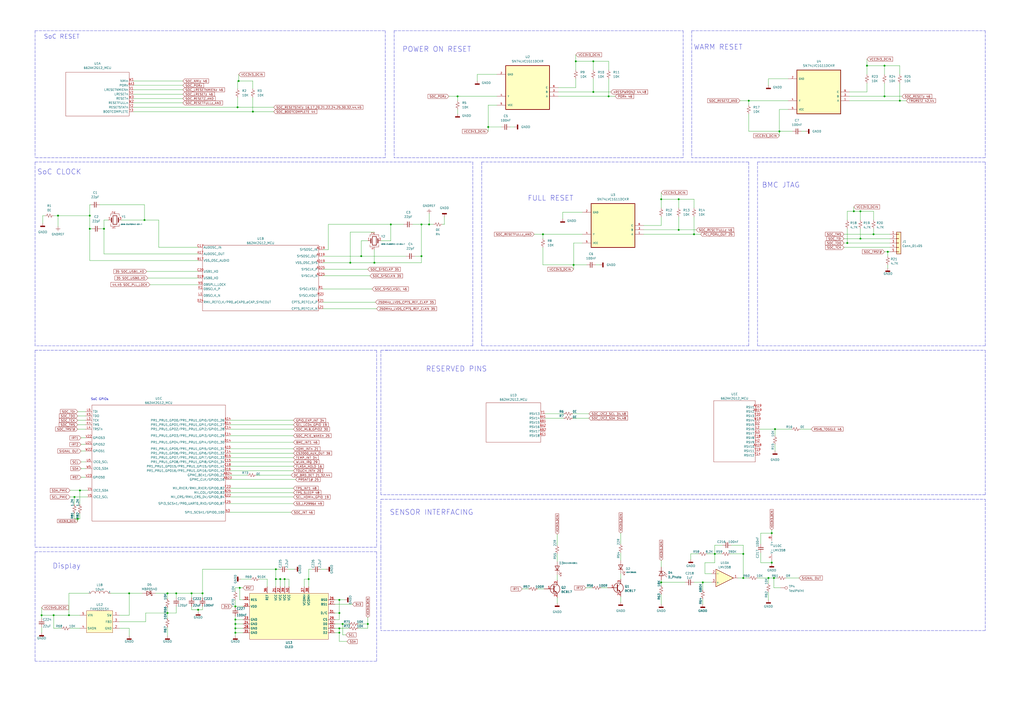
<source format=kicad_sch>
(kicad_sch (version 20211123) (generator eeschema)
  (paper "A2")
  (junction (at 111.125 344.17))
  (junction (at 353.06 55.88))
  (junction (at 447.675 326.39))
  (junction (at 226.695 130.175))
  (junction (at 45.085 300.99))
  (junction (at 74.93 344.17))
  (junction (at 196.85 347.98))
  (junction (at 402.59 135.89))
  (junction (at 499.11 138.43))
  (junction (at 448.945 335.28))
  (junction (at 60.325 132.715))
  (junction (at 203.2 152.4))
  (junction (at 24.13 356.87))
  (junction (at 431.165 335.28))
  (junction (at 407.67 337.82))
  (junction (at 52.07 125.095))
  (junction (at 136.525 351.79))
  (junction (at 137.795 62.23))
  (junction (at 136.525 364.49))
  (junction (at 344.17 53.34))
  (junction (at 52.07 132.715))
  (junction (at 431.165 321.31))
  (junction (at 165.1 335.915))
  (junction (at 248.92 130.175))
  (junction (at 499.11 122.555))
  (junction (at 136.525 361.95))
  (junction (at 502.92 38.1))
  (junction (at 445.77 335.28))
  (junction (at 43.18 288.29))
  (junction (at 198.755 361.95))
  (junction (at 383.54 115.57))
  (junction (at 196.85 367.03))
  (junction (at 521.97 58.42))
  (junction (at 217.17 152.4))
  (junction (at 213.36 361.95))
  (junction (at 209.55 148.59))
  (junction (at 196.85 364.49))
  (junction (at 97.155 344.17))
  (junction (at 513.08 38.1))
  (junction (at 114.935 353.695))
  (junction (at 314.96 135.89))
  (junction (at 393.7 115.57))
  (junction (at 514.985 146.05))
  (junction (at 393.7 133.35))
  (junction (at 162.56 335.915))
  (junction (at 265.43 55.88))
  (junction (at 146.685 64.77))
  (junction (at 495.3 122.555))
  (junction (at 414.655 321.31))
  (junction (at 447.675 309.245))
  (junction (at 102.235 344.17))
  (junction (at 383.54 337.82))
  (junction (at 449.58 248.92))
  (junction (at 513.08 55.88))
  (junction (at 244.475 130.175))
  (junction (at 40.005 356.87))
  (junction (at 46.355 284.48))
  (junction (at 196.85 355.6))
  (junction (at 244.475 148.59))
  (junction (at 179.07 335.915))
  (junction (at 506.73 135.89))
  (junction (at 344.17 35.56))
  (junction (at 97.155 355.6))
  (junction (at 136.525 359.41))
  (junction (at 117.475 344.17))
  (junction (at 160.02 335.915))
  (junction (at 31.115 356.87))
  (junction (at 160.02 330.2))
  (junction (at 33.655 125.095))
  (junction (at 332.74 153.67))
  (junction (at 139.065 340.995))
  (junction (at 334.01 35.56))
  (junction (at 83.82 127.635))
  (junction (at 283.21 73.66))
  (junction (at 491.49 140.97))
  (junction (at 452.12 76.2))
  (junction (at 138.43 46.99))
  (junction (at 136.525 367.03))
  (junction (at 434.34 58.42))
  (polyline (pts (xy 434.34 200.66) (xy 279.4 200.66)))
  (wire (pts (xy 102.235 351.79) (xy 102.235 355.6)))
  (wire (pts (xy 383.54 337.82) (xy 397.51 337.82)))
  (wire (pts (xy 513.08 43.18) (xy 513.08 38.1)))
  (polyline (pts (xy 218.44 383.54) (xy 20.32 383.54)))
  (wire (pts (xy 97.155 344.17) (xy 90.17 344.17)))
  (wire (pts (xy 77.47 57.15) (xy 106.045 57.15)))
  (wire (pts (xy 92.075 127.635) (xy 92.075 143.51)))
  (wire (pts (xy 52.07 151.13) (xy 114.935 151.13)))
  (wire (pts (xy 190.5 144.78) (xy 187.325 144.78)))
  (wire (pts (xy 117.475 346.71) (xy 117.475 344.17)))
  (wire (pts (xy 187.325 156.21) (xy 213.36 156.21)))
  (wire (pts (xy 495.3 122.555) (xy 499.11 122.555)))
  (wire (pts (xy 146.685 64.77) (xy 158.75 64.77)))
  (wire (pts (xy 383.54 344.805) (xy 383.54 350.52)))
  (wire (pts (xy 239.395 130.175) (xy 244.475 130.175)))
  (wire (pts (xy 344.17 35.56) (xy 353.06 35.56)))
  (polyline (pts (xy 571.5 17.78) (xy 571.5 91.44)))
  (wire (pts (xy 316.23 242.57) (xy 327.025 242.57)))
  (wire (pts (xy 194.31 364.49) (xy 196.85 364.49)))
  (wire (pts (xy 314.96 153.67) (xy 332.74 153.67)))
  (wire (pts (xy 46.99 254) (xy 49.53 254)))
  (wire (pts (xy 326.39 123.19) (xy 326.39 127)))
  (wire (pts (xy 353.06 55.88) (xy 356.87 55.88)))
  (wire (pts (xy 244.475 130.175) (xy 248.92 130.175)))
  (wire (pts (xy 276.86 43.18) (xy 276.86 46.99)))
  (wire (pts (xy 97.155 363.855) (xy 97.155 368.935)))
  (wire (pts (xy 334.01 50.8) (xy 323.85 50.8)))
  (wire (pts (xy 393.7 125.73) (xy 393.7 133.35)))
  (wire (pts (xy 457.2 63.5) (xy 452.12 63.5)))
  (polyline (pts (xy 20.32 203.2) (xy 20.32 317.5)))
  (wire (pts (xy 117.475 330.2) (xy 160.02 330.2)))
  (polyline (pts (xy 218.44 203.2) (xy 218.44 317.5)))
  (wire (pts (xy 187.325 167.64) (xy 215.9 167.64)))
  (wire (pts (xy 139.065 340.995) (xy 139.065 347.98)))
  (wire (pts (xy 92.075 143.51) (xy 114.935 143.51)))
  (wire (pts (xy 445.77 343.535) (xy 445.77 347.98)))
  (wire (pts (xy 45.085 300.99) (xy 46.355 300.99)))
  (wire (pts (xy 154.94 335.915) (xy 154.94 340.36)))
  (wire (pts (xy 136.525 361.95) (xy 136.525 359.41)))
  (polyline (pts (xy 571.5 203.2) (xy 571.5 287.02)))
  (wire (pts (xy 244.475 148.59) (xy 244.475 130.175)))
  (wire (pts (xy 140.97 361.95) (xy 136.525 361.95)))
  (wire (pts (xy 360.045 346.075) (xy 360.045 349.25)))
  (wire (pts (xy 447.675 309.245) (xy 447.675 309.88)))
  (wire (pts (xy 283.21 60.96) (xy 283.21 73.66)))
  (polyline (pts (xy 434.34 93.98) (xy 434.34 200.66)))
  (wire (pts (xy 323.85 53.34) (xy 344.17 53.34)))
  (wire (pts (xy 344.17 45.72) (xy 344.17 53.34)))
  (wire (pts (xy 133.35 288.29) (xy 170.18 288.29)))
  (wire (pts (xy 344.17 53.34) (xy 354.33 53.34)))
  (wire (pts (xy 314.96 143.51) (xy 314.96 153.67)))
  (polyline (pts (xy 20.32 93.98) (xy 20.32 200.66)))
  (wire (pts (xy 102.235 355.6) (xy 97.155 355.6)))
  (polyline (pts (xy 401.32 17.78) (xy 571.5 17.78)))
  (wire (pts (xy 167.005 330.2) (xy 170.815 330.2)))
  (wire (pts (xy 77.47 59.69) (xy 106.045 59.69)))
  (wire (pts (xy 288.29 55.88) (xy 265.43 55.88)))
  (wire (pts (xy 160.02 330.2) (xy 161.925 330.2)))
  (wire (pts (xy 209.55 148.59) (xy 235.585 148.59)))
  (wire (pts (xy 136.525 340.995) (xy 139.065 340.995)))
  (wire (pts (xy 43.18 300.99) (xy 45.085 300.99)))
  (wire (pts (xy 405.13 321.31) (xy 400.685 321.31)))
  (wire (pts (xy 114.935 353.695) (xy 117.475 353.695)))
  (wire (pts (xy 441.325 326.39) (xy 447.675 326.39)))
  (wire (pts (xy 139.7 335.915) (xy 145.415 335.915)))
  (polyline (pts (xy 223.52 91.44) (xy 20.32 91.44)))
  (wire (pts (xy 198.755 361.95) (xy 198.755 368.3)))
  (wire (pts (xy 506.73 122.555) (xy 506.73 127.635)))
  (wire (pts (xy 217.17 134.62) (xy 203.2 134.62)))
  (wire (pts (xy 31.115 125.095) (xy 33.655 125.095)))
  (wire (pts (xy 283.21 73.66) (xy 283.21 76.2)))
  (wire (pts (xy 226.695 139.7) (xy 226.695 130.175)))
  (wire (pts (xy 46.99 276.86) (xy 49.53 276.86)))
  (wire (pts (xy 198.755 361.95) (xy 202.565 361.95)))
  (wire (pts (xy 31.115 356.87) (xy 40.005 356.87)))
  (wire (pts (xy 495.3 120.015) (xy 495.3 122.555)))
  (wire (pts (xy 295.91 73.66) (xy 298.45 73.66)))
  (wire (pts (xy 77.47 49.53) (xy 106.045 49.53)))
  (wire (pts (xy 137.795 56.515) (xy 137.795 62.23)))
  (polyline (pts (xy 571.5 287.02) (xy 220.98 287.02)))
  (wire (pts (xy 499.11 122.555) (xy 506.73 122.555)))
  (wire (pts (xy 513.08 146.05) (xy 514.985 146.05)))
  (wire (pts (xy 136.525 357.505) (xy 136.525 359.41)))
  (wire (pts (xy 170.18 248.92) (xy 133.35 248.92)))
  (wire (pts (xy 423.545 321.31) (xy 431.165 321.31)))
  (wire (pts (xy 452.12 76.2) (xy 452.12 78.74)))
  (wire (pts (xy 33.655 131.445) (xy 33.655 125.095)))
  (wire (pts (xy 136.525 367.03) (xy 136.525 368.935)))
  (polyline (pts (xy 218.44 320.04) (xy 218.44 383.54)))
  (wire (pts (xy 64.135 344.17) (xy 74.93 344.17)))
  (wire (pts (xy 373.38 135.89) (xy 402.59 135.89)))
  (wire (pts (xy 187.325 148.59) (xy 209.55 148.59)))
  (wire (pts (xy 431.165 321.31) (xy 431.165 335.28)))
  (wire (pts (xy 83.82 118.745) (xy 83.82 127.635)))
  (wire (pts (xy 133.35 283.21) (xy 170.18 283.21)))
  (wire (pts (xy 31.115 364.49) (xy 31.115 356.87)))
  (wire (pts (xy 332.74 153.67) (xy 332.74 156.21)))
  (wire (pts (xy 491.49 140.97) (xy 491.49 132.715)))
  (polyline (pts (xy 396.24 91.44) (xy 228.6 91.44)))
  (wire (pts (xy 220.98 139.7) (xy 226.695 139.7)))
  (wire (pts (xy 40.64 284.48) (xy 46.355 284.48)))
  (wire (pts (xy 427.99 335.28) (xy 431.165 335.28)))
  (wire (pts (xy 187.325 175.26) (xy 217.805 175.26)))
  (wire (pts (xy 492.76 55.88) (xy 513.08 55.88)))
  (wire (pts (xy 393.7 115.57) (xy 383.54 115.57)))
  (wire (pts (xy 136.525 351.79) (xy 136.525 352.425)))
  (wire (pts (xy 84.455 355.6) (xy 97.155 355.6)))
  (wire (pts (xy 160.02 330.2) (xy 160.02 335.915)))
  (wire (pts (xy 57.785 118.745) (xy 83.82 118.745)))
  (wire (pts (xy 402.59 337.82) (xy 407.67 337.82)))
  (polyline (pts (xy 20.32 320.04) (xy 218.44 320.04)))
  (wire (pts (xy 402.59 115.57) (xy 402.59 120.65)))
  (wire (pts (xy 139.065 340.995) (xy 140.97 340.995)))
  (wire (pts (xy 24.13 352.425) (xy 24.13 356.87)))
  (wire (pts (xy 402.59 125.73) (xy 402.59 135.89)))
  (wire (pts (xy 85.725 161.29) (xy 114.935 161.29)))
  (wire (pts (xy 491.49 122.555) (xy 495.3 122.555)))
  (wire (pts (xy 393.7 115.57) (xy 402.59 115.57)))
  (wire (pts (xy 353.06 35.56) (xy 353.06 40.64)))
  (wire (pts (xy 407.67 337.82) (xy 412.75 337.82)))
  (wire (pts (xy 288.29 60.96) (xy 283.21 60.96)))
  (wire (pts (xy 302.895 341.63) (xy 306.705 341.63)))
  (wire (pts (xy 492.76 58.42) (xy 521.97 58.42)))
  (wire (pts (xy 414.655 326.39) (xy 414.655 321.31)))
  (wire (pts (xy 24.13 363.855) (xy 24.13 367.03)))
  (wire (pts (xy 194.31 367.03) (xy 196.85 367.03)))
  (wire (pts (xy 133.35 262.89) (xy 170.18 262.89)))
  (polyline (pts (xy 439.42 93.98) (xy 439.42 200.66)))
  (wire (pts (xy 46.99 271.78) (xy 49.53 271.78)))
  (wire (pts (xy 133.35 275.59) (xy 143.51 275.59)))
  (wire (pts (xy 260.35 55.88) (xy 265.43 55.88)))
  (wire (pts (xy 323.85 55.88) (xy 353.06 55.88)))
  (wire (pts (xy 431.165 316.23) (xy 424.18 316.23)))
  (wire (pts (xy 491.49 122.555) (xy 491.49 127.635)))
  (wire (pts (xy 97.155 355.6) (xy 97.155 358.775)))
  (wire (pts (xy 45.085 246.38) (xy 49.53 246.38)))
  (wire (pts (xy 383.54 130.81) (xy 373.38 130.81)))
  (wire (pts (xy 393.7 120.65) (xy 393.7 115.57)))
  (wire (pts (xy 133.35 297.18) (xy 168.91 297.18)))
  (wire (pts (xy 139.065 347.98) (xy 140.97 347.98)))
  (wire (pts (xy 457.2 58.42) (xy 434.34 58.42)))
  (wire (pts (xy 52.07 125.095) (xy 52.07 118.745)))
  (wire (pts (xy 138.43 46.99) (xy 146.685 46.99)))
  (wire (pts (xy 176.53 335.915) (xy 179.07 335.915)))
  (wire (pts (xy 69.215 360.68) (xy 84.455 360.68)))
  (wire (pts (xy 52.07 132.715) (xy 52.07 125.095)))
  (wire (pts (xy 383.54 125.73) (xy 383.54 130.81)))
  (wire (pts (xy 419.1 316.23) (xy 414.655 316.23)))
  (polyline (pts (xy 220.98 317.5) (xy 220.98 289.56)))
  (polyline (pts (xy 20.32 17.78) (xy 20.32 91.44)))
  (polyline (pts (xy 228.6 17.78) (xy 228.6 91.44)))
  (wire (pts (xy 111.125 353.695) (xy 111.125 351.79)))
  (wire (pts (xy 136.525 367.03) (xy 136.525 364.49)))
  (wire (pts (xy 140.97 364.49) (xy 136.525 364.49)))
  (wire (pts (xy 383.54 336.55) (xy 383.54 337.82)))
  (wire (pts (xy 344.17 35.56) (xy 334.01 35.56)))
  (wire (pts (xy 137.795 46.99) (xy 138.43 46.99)))
  (wire (pts (xy 117.475 344.17) (xy 111.125 344.17)))
  (wire (pts (xy 45.085 238.76) (xy 49.53 238.76)))
  (wire (pts (xy 60.325 147.32) (xy 60.325 132.715)))
  (wire (pts (xy 187.325 152.4) (xy 203.2 152.4)))
  (wire (pts (xy 323.215 309.88) (xy 323.215 316.23)))
  (wire (pts (xy 499.11 122.555) (xy 499.11 127.635)))
  (wire (pts (xy 217.17 144.78) (xy 217.17 152.4)))
  (wire (pts (xy 213.36 361.95) (xy 207.645 361.95)))
  (wire (pts (xy 60.325 147.32) (xy 114.935 147.32)))
  (wire (pts (xy 62.865 127.635) (xy 60.325 127.635)))
  (wire (pts (xy 516.255 138.43) (xy 499.11 138.43)))
  (wire (pts (xy 97.155 355.6) (xy 97.155 352.425)))
  (wire (pts (xy 52.07 151.13) (xy 52.07 132.715)))
  (wire (pts (xy 407.67 347.345) (xy 407.67 350.52)))
  (wire (pts (xy 226.695 130.175) (xy 234.315 130.175)))
  (wire (pts (xy 136.525 347.98) (xy 136.525 351.79)))
  (wire (pts (xy 332.105 240.03) (xy 341.63 240.03)))
  (wire (pts (xy 213.36 364.49) (xy 213.36 361.95)))
  (wire (pts (xy 431.165 335.28) (xy 434.34 335.28)))
  (wire (pts (xy 198.755 368.3) (xy 200.66 368.3)))
  (wire (pts (xy 77.47 64.77) (xy 146.685 64.77)))
  (wire (pts (xy 452.12 63.5) (xy 452.12 76.2)))
  (wire (pts (xy 85.09 157.48) (xy 114.935 157.48)))
  (wire (pts (xy 345.44 153.67) (xy 347.98 153.67)))
  (wire (pts (xy 179.07 335.915) (xy 179.07 340.36)))
  (wire (pts (xy 43.18 297.815) (xy 43.18 300.99)))
  (wire (pts (xy 502.92 38.1) (xy 502.92 43.18)))
  (wire (pts (xy 40.64 364.49) (xy 46.355 364.49)))
  (wire (pts (xy 102.235 344.17) (xy 111.125 344.17)))
  (polyline (pts (xy 220.98 287.02) (xy 220.98 203.2)))
  (wire (pts (xy 102.235 346.71) (xy 102.235 344.17)))
  (wire (pts (xy 323.215 346.71) (xy 323.215 349.885)))
  (wire (pts (xy 167.64 335.915) (xy 165.1 335.915)))
  (wire (pts (xy 83.82 127.635) (xy 92.075 127.635)))
  (polyline (pts (xy 571.5 93.98) (xy 571.5 200.66)))
  (wire (pts (xy 459.74 76.2) (xy 452.12 76.2)))
  (wire (pts (xy 43.18 288.29) (xy 50.8 288.29)))
  (wire (pts (xy 489.585 138.43) (xy 499.11 138.43)))
  (wire (pts (xy 506.73 135.89) (xy 506.73 132.715)))
  (wire (pts (xy 323.215 321.31) (xy 323.215 325.755)))
  (wire (pts (xy 441.325 315.595) (xy 441.325 309.245)))
  (wire (pts (xy 447.675 326.39) (xy 447.675 327.025)))
  (wire (pts (xy 448.945 340.995) (xy 448.945 335.28)))
  (wire (pts (xy 69.215 356.87) (xy 74.93 356.87)))
  (wire (pts (xy 360.045 320.675) (xy 360.045 325.12)))
  (wire (pts (xy 441.325 320.675) (xy 441.325 326.39)))
  (wire (pts (xy 360.045 309.245) (xy 360.045 315.595)))
  (wire (pts (xy 117.475 353.695) (xy 117.475 351.79)))
  (wire (pts (xy 516.255 140.97) (xy 491.49 140.97)))
  (polyline (pts (xy 279.4 93.98) (xy 434.34 93.98)))
  (wire (pts (xy 337.82 123.19) (xy 326.39 123.19)))
  (wire (pts (xy 213.36 139.7) (xy 209.55 139.7)))
  (wire (pts (xy 288.29 43.18) (xy 276.86 43.18)))
  (wire (pts (xy 414.655 321.31) (xy 410.21 321.31)))
  (wire (pts (xy 334.01 31.75) (xy 334.01 35.56)))
  (wire (pts (xy 447.675 325.12) (xy 447.675 326.39)))
  (wire (pts (xy 46.355 300.99) (xy 46.355 297.815)))
  (polyline (pts (xy 401.32 17.78) (xy 401.32 91.44)))
  (wire (pts (xy 31.115 356.87) (xy 24.13 356.87)))
  (wire (pts (xy 160.02 335.915) (xy 160.02 340.36)))
  (wire (pts (xy 69.215 364.49) (xy 74.93 364.49)))
  (wire (pts (xy 196.85 372.11) (xy 201.295 372.11)))
  (wire (pts (xy 138.43 43.18) (xy 138.43 46.99)))
  (wire (pts (xy 196.85 355.6) (xy 196.85 347.98)))
  (wire (pts (xy 244.475 152.4) (xy 244.475 148.59)))
  (wire (pts (xy 111.125 344.17) (xy 111.125 346.71)))
  (wire (pts (xy 190.5 130.175) (xy 190.5 144.78)))
  (wire (pts (xy 26.035 125.095) (xy 24.765 125.095)))
  (wire (pts (xy 196.85 367.03) (xy 196.85 364.49)))
  (wire (pts (xy 408.94 326.39) (xy 414.655 326.39)))
  (wire (pts (xy 334.01 35.56) (xy 334.01 40.64)))
  (wire (pts (xy 383.54 325.12) (xy 383.54 328.93)))
  (wire (pts (xy 187.325 160.02) (xy 214.63 160.02)))
  (wire (pts (xy 445.77 45.72) (xy 445.77 49.53)))
  (wire (pts (xy 24.765 125.095) (xy 24.765 129.54)))
  (wire (pts (xy 290.83 73.66) (xy 283.21 73.66)))
  (wire (pts (xy 133.35 267.97) (xy 170.18 267.97)))
  (wire (pts (xy 499.11 138.43) (xy 499.11 132.715)))
  (wire (pts (xy 40.005 356.87) (xy 46.355 356.87)))
  (wire (pts (xy 117.475 344.17) (xy 117.475 330.2)))
  (wire (pts (xy 133.35 270.51) (xy 170.18 270.51)))
  (wire (pts (xy 513.08 55.88) (xy 523.24 55.88)))
  (wire (pts (xy 133.35 292.1) (xy 170.18 292.1)))
  (wire (pts (xy 74.93 344.17) (xy 82.55 344.17)))
  (wire (pts (xy 314.96 135.89) (xy 314.96 138.43)))
  (wire (pts (xy 194.31 347.98) (xy 196.85 347.98)))
  (wire (pts (xy 35.56 364.49) (xy 31.115 364.49)))
  (wire (pts (xy 449.58 252.73) (xy 449.58 248.92)))
  (wire (pts (xy 167.64 335.915) (xy 167.64 340.36)))
  (wire (pts (xy 133.35 246.38) (xy 170.18 246.38)))
  (wire (pts (xy 213.36 358.14) (xy 213.36 361.95)))
  (wire (pts (xy 383.54 111.76) (xy 383.54 115.57)))
  (wire (pts (xy 196.85 359.41) (xy 196.85 355.6)))
  (wire (pts (xy 162.56 340.36) (xy 162.56 335.915)))
  (wire (pts (xy 196.85 364.49) (xy 202.565 364.49)))
  (wire (pts (xy 86.995 165.1) (xy 114.935 165.1)))
  (wire (pts (xy 440.69 248.92) (xy 449.58 248.92)))
  (wire (pts (xy 455.93 335.28) (xy 463.55 335.28)))
  (wire (pts (xy 434.34 58.42) (xy 434.34 60.96)))
  (wire (pts (xy 136.525 351.79) (xy 140.97 351.79)))
  (wire (pts (xy 434.34 66.04) (xy 434.34 76.2)))
  (wire (pts (xy 180.975 330.2) (xy 179.07 330.2)))
  (wire (pts (xy 77.47 62.23) (xy 137.795 62.23)))
  (wire (pts (xy 489.585 143.51) (xy 516.255 143.51)))
  (wire (pts (xy 46.99 267.97) (xy 49.53 267.97)))
  (wire (pts (xy 316.23 240.03) (xy 327.025 240.03)))
  (wire (pts (xy 162.56 335.915) (xy 160.02 335.915)))
  (wire (pts (xy 441.325 309.245) (xy 447.675 309.245)))
  (wire (pts (xy 439.42 335.28) (xy 445.77 335.28)))
  (wire (pts (xy 70.485 127.635) (xy 83.82 127.635)))
  (wire (pts (xy 429.26 58.42) (xy 434.34 58.42)))
  (wire (pts (xy 207.645 364.49) (xy 213.36 364.49)))
  (polyline (pts (xy 571.5 200.66) (xy 439.42 200.66)))
  (wire (pts (xy 209.55 139.7) (xy 209.55 148.59)))
  (wire (pts (xy 217.17 152.4) (xy 244.475 152.4)))
  (polyline (pts (xy 20.32 17.78) (xy 223.52 17.78)))
  (wire (pts (xy 445.77 335.28) (xy 448.945 335.28)))
  (polyline (pts (xy 220.98 203.2) (xy 226.06 203.2)))
  (wire (pts (xy 513.08 48.26) (xy 513.08 55.88)))
  (wire (pts (xy 256.54 130.175) (xy 257.81 130.175)))
  (wire (pts (xy 402.59 135.89) (xy 406.4 135.89)))
  (wire (pts (xy 434.34 76.2) (xy 452.12 76.2)))
  (wire (pts (xy 146.685 46.99) (xy 146.685 51.435)))
  (wire (pts (xy 407.67 342.265) (xy 407.67 337.82)))
  (wire (pts (xy 447.675 307.34) (xy 447.675 309.245)))
  (polyline (pts (xy 279.4 93.98) (xy 279.4 200.66)))
  (wire (pts (xy 332.74 140.97) (xy 332.74 153.67)))
  (wire (pts (xy 521.97 38.1) (xy 521.97 43.18)))
  (wire (pts (xy 464.185 248.92) (xy 470.535 248.92)))
  (wire (pts (xy 323.215 333.375) (xy 323.215 336.55)))
  (wire (pts (xy 339.725 340.995) (xy 343.535 340.995)))
  (wire (pts (xy 133.35 243.84) (xy 170.18 243.84)))
  (wire (pts (xy 46.355 284.48) (xy 50.8 284.48)))
  (wire (pts (xy 311.785 341.63) (xy 315.595 341.63)))
  (wire (pts (xy 133.35 252.73) (xy 170.18 252.73)))
  (wire (pts (xy 190.5 130.175) (xy 226.695 130.175)))
  (wire (pts (xy 521.97 48.26) (xy 521.97 58.42)))
  (wire (pts (xy 344.17 40.64) (xy 344.17 35.56)))
  (wire (pts (xy 45.085 248.92) (xy 49.53 248.92)))
  (wire (pts (xy 74.93 356.87) (xy 74.93 344.17)))
  (wire (pts (xy 393.7 133.35) (xy 403.86 133.35)))
  (polyline (pts (xy 571.5 365.76) (xy 220.98 365.76)))
  (wire (pts (xy 383.54 115.57) (xy 383.54 120.65)))
  (wire (pts (xy 265.43 55.88) (xy 265.43 58.42)))
  (wire (pts (xy 146.685 56.515) (xy 146.685 64.77)))
  (wire (pts (xy 137.795 51.435) (xy 137.795 46.99)))
  (wire (pts (xy 194.31 355.6) (xy 196.85 355.6)))
  (polyline (pts (xy 571.5 289.56) (xy 571.5 365.76)))
  (wire (pts (xy 513.08 38.1) (xy 502.92 38.1)))
  (wire (pts (xy 133.35 273.05) (xy 170.18 273.05)))
  (wire (pts (xy 373.38 133.35) (xy 393.7 133.35)))
  (wire (pts (xy 353.06 45.72) (xy 353.06 55.88)))
  (wire (pts (xy 45.085 300.99) (xy 45.085 302.26)))
  (wire (pts (xy 133.35 278.13) (xy 171.45 278.13)))
  (wire (pts (xy 309.88 135.89) (xy 314.96 135.89)))
  (wire (pts (xy 150.495 335.915) (xy 154.94 335.915)))
  (polyline (pts (xy 439.42 93.98) (xy 571.5 93.98)))
  (wire (pts (xy 514.985 146.05) (xy 514.985 148.59)))
  (wire (pts (xy 187.325 179.07) (xy 218.44 179.07)))
  (polyline (pts (xy 220.98 317.5) (xy 220.98 365.76)))
  (wire (pts (xy 489.585 135.89) (xy 506.73 135.89)))
  (wire (pts (xy 240.665 148.59) (xy 244.475 148.59)))
  (wire (pts (xy 52.07 118.745) (xy 52.705 118.745)))
  (wire (pts (xy 449.58 248.92) (xy 459.105 248.92)))
  (polyline (pts (xy 396.24 17.78) (xy 396.24 91.44)))
  (wire (pts (xy 414.655 316.23) (xy 414.655 321.31)))
  (wire (pts (xy 248.92 130.175) (xy 251.46 130.175)))
  (wire (pts (xy 133.35 265.43) (xy 170.18 265.43)))
  (wire (pts (xy 489.585 140.97) (xy 491.49 140.97)))
  (wire (pts (xy 414.655 321.31) (xy 418.465 321.31)))
  (wire (pts (xy 40.64 288.29) (xy 43.18 288.29)))
  (wire (pts (xy 84.455 360.68) (xy 84.455 355.6)))
  (wire (pts (xy 464.82 76.2) (xy 467.36 76.2)))
  (polyline (pts (xy 20.32 203.2) (xy 218.44 203.2)))
  (wire (pts (xy 257.81 130.175) (xy 257.81 125.73)))
  (wire (pts (xy 53.34 132.715) (xy 52.07 132.715)))
  (wire (pts (xy 194.31 361.95) (xy 198.755 361.95)))
  (polyline (pts (xy 223.52 17.78) (xy 223.52 91.44)))
  (wire (pts (xy 445.77 335.28) (xy 445.77 338.455)))
  (wire (pts (xy 33.655 125.095) (xy 52.07 125.095)))
  (wire (pts (xy 45.085 241.3) (xy 49.53 241.3)))
  (wire (pts (xy 114.935 353.695) (xy 111.125 353.695)))
  (wire (pts (xy 45.085 243.84) (xy 49.53 243.84)))
  (wire (pts (xy 165.1 340.36) (xy 165.1 335.915)))
  (polyline (pts (xy 223.52 203.2) (xy 571.5 203.2)))
  (wire (pts (xy 196.85 367.03) (xy 196.85 372.11)))
  (wire (pts (xy 248.92 123.825) (xy 248.92 130.175)))
  (wire (pts (xy 133.35 256.54) (xy 170.18 256.54)))
  (wire (pts (xy 340.36 153.67) (xy 332.74 153.67)))
  (wire (pts (xy 46.99 261.62) (xy 49.53 261.62)))
  (wire (pts (xy 502.92 48.26) (xy 502.92 53.34)))
  (polyline (pts (xy 228.6 17.78) (xy 396.24 17.78)))
  (wire (pts (xy 60.325 132.715) (xy 60.325 127.635)))
  (wire (pts (xy 136.525 364.49) (xy 136.525 361.95)))
  (wire (pts (xy 148.59 275.59) (xy 168.91 275.59)))
  (wire (pts (xy 102.235 344.17) (xy 97.155 344.17)))
  (wire (pts (xy 140.97 367.03) (xy 136.525 367.03)))
  (wire (pts (xy 176.53 340.36) (xy 176.53 335.915)))
  (wire (pts (xy 186.055 330.2) (xy 189.23 330.2)))
  (wire (pts (xy 137.795 62.23) (xy 158.75 62.23)))
  (polyline (pts (xy 274.32 200.66) (xy 20.32 200.66)))
  (wire (pts (xy 348.615 340.995) (xy 352.425 340.995)))
  (wire (pts (xy 77.47 54.61) (xy 106.045 54.61)))
  (wire (pts (xy 51.435 344.17) (xy 40.005 344.17)))
  (wire (pts (xy 179.07 330.2) (xy 179.07 335.915)))
  (polyline (pts (xy 218.44 317.5) (xy 20.32 317.5)))
  (polyline (pts (xy 220.98 289.56) (xy 571.5 289.56)))
  (wire (pts (xy 514.985 153.67) (xy 514.985 155.575)))
  (wire (pts (xy 334.01 45.72) (xy 334.01 50.8)))
  (wire (pts (xy 457.2 45.72) (xy 445.77 45.72)))
  (wire (pts (xy 194.31 359.41) (xy 196.85 359.41)))
  (wire (pts (xy 74.93 364.49) (xy 74.93 368.935)))
  (wire (pts (xy 400.685 321.31) (xy 400.685 324.485)))
  (wire (pts (xy 408.94 332.74) (xy 408.94 326.39)))
  (wire (pts (xy 136.525 359.41) (xy 140.97 359.41)))
  (polyline (pts (xy 571.5 91.44) (xy 401.32 91.44)))
  (wire (pts (xy 46.355 284.48) (xy 46.355 292.735)))
  (wire (pts (xy 46.99 257.81) (xy 49.53 257.81)))
  (wire (pts (xy 43.18 288.29) (xy 43.18 292.735)))
  (wire (pts (xy 332.105 242.57) (xy 341.63 242.57)))
  (wire (pts (xy 134.62 351.79) (xy 136.525 351.79)))
  (wire (pts (xy 196.85 347.98) (xy 200.025 347.98)))
  (wire (pts (xy 513.08 38.1) (xy 521.97 38.1)))
  (wire (pts (xy 97.155 347.345) (xy 97.155 344.17)))
  (polyline (pts (xy 274.32 93.98) (xy 274.32 200.66)))
  (wire (pts (xy 337.82 140.97) (xy 332.74 140.97)))
  (wire (pts (xy 514.985 146.05) (xy 516.255 146.05)))
  (wire (pts (xy 431.165 321.31) (xy 431.165 316.23)))
  (wire (pts (xy 136.525 342.9) (xy 136.525 340.995)))
  (wire (pts (xy 165.1 335.915) (xy 162.56 335.915)))
  (wire (pts (xy 24.13 356.87) (xy 24.13 358.775)))
  (wire (pts (xy 383.54 337.82) (xy 383.54 339.725)))
  (wire (pts (xy 337.82 135.89) (xy 314.96 135.89)))
  (wire (pts (xy 502.92 34.29) (xy 502.92 38.1)))
  (wire (pts (xy 133.35 285.75) (xy 170.18 285.75)))
  (wire (pts (xy 448.945 335.28) (xy 450.85 335.28)))
  (wire (pts (xy 516.255 135.89) (xy 506.73 135.89)))
  (polyline (pts (xy 20.32 93.98) (xy 274.32 93.98)))
  (wire (pts (xy 58.42 132.715) (xy 60.325 132.715)))
  (wire (pts (xy 449.58 257.81) (xy 449.58 261.62)))
  (wire (pts (xy 114.935 354.965) (xy 114.935 353.695)))
  (wire (pts (xy 40.005 344.17) (xy 40.005 356.87)))
  (wire (pts (xy 203.2 152.4) (xy 217.17 152.4)))
  (wire (pts (xy 502.92 53.34) (xy 492.76 53.34)))
  (wire (pts (xy 360.045 332.74) (xy 360.045 335.915)))
  (wire (pts (xy 133.35 260.35) (xy 170.18 260.35)))
  (wire (pts (xy 203.2 134.62) (xy 203.2 152.4)))
  (wire (pts (xy 521.97 58.42) (xy 525.78 58.42)))
  (wire (pts (xy 77.47 52.07) (xy 106.045 52.07)))
  (polyline (pts (xy 20.32 320.04) (xy 20.32 383.54)))
  (wire (pts (xy 194.31 350.52) (xy 204.47 350.52)))
  (wire (pts (xy 265.43 63.5) (xy 265.43 66.04)))
  (wire (pts (xy 412.75 332.74) (xy 408.94 332.74)))
  (wire (pts (xy 452.755 340.995) (xy 448.945 340.995)))
  (wire (pts (xy 77.47 46.99) (xy 106.045 46.99)))
  (text "BMC JTAG" (at 441.96 109.22 0) (effects (font (size 3 3)) (justify left bottom)))
  (text "RESERVED PINS" (at 247.015 215.9 0) (effects (font (size 3 3)) (justify left bottom)))
  (text " POWER ON RESET" (at 231.14 30.48 0) (effects (font (size 3 3)) (justify left bottom)))
  (text "SoC RESET " (at 25.4 22.86 0) (effects (font (size 2.54 2.54)) (justify left bottom)))
  (text "FULL RESET " (at 306.07 116.84 0) (effects (font (size 3 3)) (justify left bottom)))
  (text " WARM RESET" (at 400.05 29.21 0) (effects (font (size 3 3)) (justify left bottom)))
  (text "SENSOR INTERFACING" (at 226.06 299.085 0) (effects (font (size 3 3)) (justify left bottom)))
  (text "SoC GPIOs" (at 52.705 232.41 0) (effects (font (size 1.27 1.27)) (justify left bottom)))
  (text "Display" (at 30.48 330.2 0) (effects (font (size 3 3)) (justify left bottom)))
  (text "SoC CLOCK" (at 21.59 101.6 0) (effects (font (size 3 3)) (justify left bottom)))
  (global_label "3V3" (shape input) (at 134.62 351.79 180) (property "Intersheet References" "${INTERSHEET_REFS}" (effects hide)))
  (global_label "TOUCH_INTn 20" (shape input) (at 170.18 273.05 0) (property "Intersheet References" "${INTERSHEET_REFS}" (effects hide)))
  (global_label "SOC_SYSCLKN 35" (shape input) (at 214.63 160.02 0) (property "Intersheet References" "${INTERSHEET_REFS}" (effects hide)))
  (global_label "SOC_TDI" (shape input) (at 489.585 138.43 180) (property "Intersheet References" "${INTERSHEET_REFS}" (effects hide)))
  (global_label "SOC_MLB_GPIO2 30" (shape input) (at 170.18 248.92 0) (property "Intersheet References" "${INTERSHEET_REFS}" (effects hide)))
  (global_label "SOC_LRESETNMIENz 46" (shape input) (at 106.045 52.07 0) (property "Intersheet References" "${INTERSHEET_REFS}" (effects hide)))
  (global_label "SOC_I2C2_SDA 34,48" (shape input) (at 341.63 242.57 0) (property "Intersheet References" "${INTERSHEET_REFS}" (effects hide)))
  (global_label "VCC3V3_DCIN" (shape input) (at 138.43 43.18 0) (property "Intersheet References" "${INTERSHEET_REFS}" (effects hide)))
  (global_label "SOC_TDO" (shape input) (at 489.585 140.97 180) (property "Intersheet References" "${INTERSHEET_REFS}" (effects hide)))
  (global_label "TPS_INT1 48" (shape input) (at 170.18 283.21 0) (property "Intersheet References" "${INTERSHEET_REFS}" (effects hide)))
  (global_label "IRT2" (shape input) (at 339.725 340.995 180) (property "Intersheet References" "${INTERSHEET_REFS}" (effects hide)))
  (global_label "SD_LP2996A 49" (shape input) (at 170.18 292.1 0) (property "Intersheet References" "${INTERSHEET_REFS}" (effects hide)))
  (global_label "SOC_TMS" (shape input) (at 489.585 135.89 180) (property "Intersheet References" "${INTERSHEET_REFS}" (effects hide)))
  (global_label "PRSNT1# 25" (shape input) (at 171.45 278.13 0) (property "Intersheet References" "${INTERSHEET_REFS}" (effects hide)))
  (global_label "SEL_HDMIn_GPIO 19" (shape input) (at 170.18 288.29 0) (property "Intersheet References" "${INTERSHEET_REFS}" (effects hide)))
  (global_label "IRT2" (shape input) (at 46.99 257.81 180) (property "Intersheet References" "${INTERSHEET_REFS}" (effects hide)))
  (global_label "VCC3V3_DCIN" (shape input) (at 323.215 309.88 90) (effects (font (size 1 1))) (property "Intersheet References" "${INTERSHEET_REFS}" (effects hide)))
  (global_label "RST" (shape input) (at 46.99 276.86 180) (property "Intersheet References" "${INTERSHEET_REFS}" (effects hide)))
  (global_label "VCC3V3_DCIN" (shape input) (at 283.21 76.2 180) (property "Intersheet References" "${INTERSHEET_REFS}" (effects hide)))
  (global_label "SDA" (shape input) (at 46.99 271.78 180) (property "Intersheet References" "${INTERSHEET_REFS}" (effects hide)))
  (global_label "DC_BRD_DET 21,32,44" (shape input) (at 168.91 275.59 0) (property "Intersheet References" "${INTERSHEET_REFS}" (effects hide)))
  (global_label "250MHz_LVDS_CPTS_REF_CLKN 35" (shape input) (at 218.44 179.07 0) (property "Intersheet References" "${INTERSHEET_REFS}" (effects hide)))
  (global_label "SOC_RESETZ_AND" (shape input) (at 106.045 57.15 0) (property "Intersheet References" "${INTERSHEET_REFS}" (effects hide)))
  (global_label "3V3" (shape input) (at 204.47 350.52 0) (property "Intersheet References" "${INTERSHEET_REFS}" (effects hide)))
  (global_label "WLAN_IRQ 29" (shape input) (at 170.18 267.97 0) (property "Intersheet References" "${INTERSHEET_REFS}" (effects hide)))
  (global_label "250MHz_LVDS_CPTS_REF_CLKP 35" (shape input) (at 217.805 175.26 0) (property "Intersheet References" "${INTERSHEET_REFS}" (effects hide)))
  (global_label "TEMP_INT 34" (shape input) (at 170.18 265.43 0) (property "Intersheet References" "${INTERSHEET_REFS}" (effects hide)))
  (global_label "VCC3V3_DCIN" (shape input) (at 495.3 120.015 0) (property "Intersheet References" "${INTERSHEET_REFS}" (effects hide)))
  (global_label "SDA_PMIC" (shape input) (at 40.64 284.48 180) (property "Intersheet References" "${INTERSHEET_REFS}" (effects hide)))
  (global_label "RSV6_TOGGLE 46" (shape input) (at 470.535 248.92 0) (property "Intersheet References" "${INTERSHEET_REFS}" (effects hide)))
  (global_label "SOC_TCK" (shape input) (at 45.085 243.84 180) (property "Intersheet References" "${INTERSHEET_REFS}" (effects hide)))
  (global_label "44,45 SOC_PLL_LOCK" (shape input) (at 86.995 165.1 180) (property "Intersheet References" "${INTERSHEET_REFS}" (effects hide)))
  (global_label "SOC_NMIz 46" (shape input) (at 106.045 46.99 0) (property "Intersheet References" "${INTERSHEET_REFS}" (effects hide)))
  (global_label "SOC_TDI" (shape input) (at 45.085 238.76 180) (property "Intersheet References" "${INTERSHEET_REFS}" (effects hide)))
  (global_label "SOC_TRST#" (shape input) (at 513.08 146.05 180) (property "Intersheet References" "${INTERSHEET_REFS}" (effects hide)))
  (global_label "SOC_RESETZ_AND" (shape input) (at 429.26 58.42 180) (property "Intersheet References" "${INTERSHEET_REFS}" (effects hide)))
  (global_label "SOC_PORz" (shape input) (at 106.045 49.53 0) (property "Intersheet References" "${INTERSHEET_REFS}" (effects hide)))
  (global_label "SOC_TDO" (shape input) (at 45.085 241.3 180) (property "Intersheet References" "${INTERSHEET_REFS}" (effects hide)))
  (global_label "VCC3V3_DCIN" (shape input) (at 383.54 325.12 90) (effects (font (size 1 1))) (property "Intersheet References" "${INTERSHEET_REFS}" (effects hide)))
  (global_label "35 SOC_USB0_XO" (shape input) (at 85.725 161.29 180) (property "Intersheet References" "${INTERSHEET_REFS}" (effects hide)))
  (global_label "SOC_TCK" (shape input) (at 489.585 143.51 180) (property "Intersheet References" "${INTERSHEET_REFS}" (effects hide)))
  (global_label "SOC_INT 46" (shape input) (at 168.91 297.18 0) (property "Intersheet References" "${INTERSHEET_REFS}" (effects hide)))
  (global_label "VCC3V3_DCIN" (shape input) (at 213.36 358.14 90) (effects (font (size 1 1))) (property "Intersheet References" "${INTERSHEET_REFS}" (effects hide)))
  (global_label "SOC_SYSCLKSEL 46" (shape input) (at 215.9 167.64 0) (property "Intersheet References" "${INTERSHEET_REFS}" (effects hide)))
  (global_label "SOC_RESETz 46" (shape input) (at 523.24 55.88 0) (property "Intersheet References" "${INTERSHEET_REFS}" (effects hide)))
  (global_label "SOC_LRESETz 46" (shape input) (at 106.045 54.61 0) (property "Intersheet References" "${INTERSHEET_REFS}" (effects hide)))
  (global_label "SDA" (shape input) (at 201.295 372.11 0) (property "Intersheet References" "${INTERSHEET_REFS}" (effects hide)))
  (global_label "SOC_PCIE_WAKEn 25" (shape input) (at 170.18 252.73 0) (property "Intersheet References" "${INTERSHEET_REFS}" (effects hide)))
  (global_label "VCC3V3_DCIN" (shape input) (at 334.01 31.75 0) (property "Intersheet References" "${INTERSHEET_REFS}" (effects hide)))
  (global_label "nRESPWRON2 44,48" (shape input) (at 354.33 53.34 0) (property "Intersheet References" "${INTERSHEET_REFS}" (effects hide)))
  (global_label "HDMI_INTn 21" (shape input) (at 170.18 260.35 0) (property "Intersheet References" "${INTERSHEET_REFS}" (effects hide)))
  (global_label "VCC3V3_DCIN" (shape input) (at 360.045 309.245 90) (effects (font (size 1 1))) (property "Intersheet References" "${INTERSHEET_REFS}" (effects hide)))
  (global_label "SCL" (shape input) (at 200.66 368.3 0) (property "Intersheet References" "${INTERSHEET_REFS}" (effects hide)))
  (global_label "VCC3V3_DCIN" (shape input) (at 45.085 302.26 180) (effects (font (size 1 1))) (property "Intersheet References" "${INTERSHEET_REFS}" (effects hide)))
  (global_label "VCC5V0_DCDC" (shape input) (at 24.13 352.425 0) (property "Intersheet References" "${INTERSHEET_REFS}" (effects hide)))
  (global_label "VCC3V3_DCIN" (shape input) (at 447.675 307.34 90) (effects (font (size 1 1))) (property "Intersheet References" "${INTERSHEET_REFS}" (effects hide)))
  (global_label "VCC3V3_DCIN" (shape input) (at 332.74 156.21 180) (property "Intersheet References" "${INTERSHEET_REFS}" (effects hide)))
  (global_label "VCC3V3_DCIN" (shape input) (at 383.54 111.76 0) (property "Intersheet References" "${INTERSHEET_REFS}" (effects hide)))
  (global_label "FLASH_HOLD 16" (shape input) (at 170.18 270.51 0) (property "Intersheet References" "${INTERSHEET_REFS}" (effects hide)))
  (global_label "SOC_TMS" (shape input) (at 45.085 246.38 180) (property "Intersheet References" "${INTERSHEET_REFS}" (effects hide)))
  (global_label "SOC_RESETFULLz 46" (shape input) (at 403.86 133.35 0) (property "Intersheet References" "${INTERSHEET_REFS}" (effects hide)))
  (global_label "SOC_RESETFULLz_AND" (shape input) (at 106.045 59.69 0) (property "Intersheet References" "${INTERSHEET_REFS}" (effects hide)))
  (global_label "SIGNAL OUT" (shape input) (at 463.55 335.28 0) (property "Intersheet References" "${INTERSHEET_REFS}" (effects hide)))
  (global_label "SIGNAL OUT" (shape input) (at 46.99 261.62 180) (property "Intersheet References" "${INTERSHEET_REFS}" (effects hide)))
  (global_label "SOC_SYSCLKP 35" (shape input) (at 213.36 156.21 0) (property "Intersheet References" "${INTERSHEET_REFS}" (effects hide)))
  (global_label "VCC3V3_DCIN" (shape input) (at 502.92 34.29 0) (property "Intersheet References" "${INTERSHEET_REFS}" (effects hide)))
  (global_label "35 SOC_USB1_XO" (shape input) (at 85.09 157.48 180) (property "Intersheet References" "${INTERSHEET_REFS}" (effects hide)))
  (global_label "PCI_PORz_OUT 25" (shape input) (at 406.4 135.89 0) (property "Intersheet References" "${INTERSHEET_REFS}" (effects hide)))
  (global_label "SOC_BOOTCOMPLETE 44" (shape input) (at 158.75 64.77 0) (property "Intersheet References" "${INTERSHEET_REFS}" (effects hide)))
  (global_label "IRT1" (shape input) (at 302.895 341.63 180) (property "Intersheet References" "${INTERSHEET_REFS}" (effects hide)))
  (global_label "PORn 46" (shape input) (at 356.87 55.88 0) (property "Intersheet References" "${INTERSHEET_REFS}" (effects hide)))
  (global_label "SEL_LCDn_GPIO 19" (shape input) (at 170.18 246.38 0) (property "Intersheet References" "${INTERSHEET_REFS}" (effects hide)))
  (global_label "BMC_INT1 46" (shape input) (at 170.18 256.54 0) (property "Intersheet References" "${INTERSHEET_REFS}" (effects hide)))
  (global_label "TRGRSTZ 42,44" (shape input) (at 525.78 58.42 0) (property "Intersheet References" "${INTERSHEET_REFS}" (effects hide)))
  (global_label "GPIO_EXP_INT 34" (shape input) (at 170.18 243.84 0) (property "Intersheet References" "${INTERSHEET_REFS}" (effects hide)))
  (global_label "VCC3V3_DCIN" (shape input) (at 452.12 78.74 180) (property "Intersheet References" "${INTERSHEET_REFS}" (effects hide)))
  (global_label "IRT1" (shape input) (at 46.99 254 180) (property "Intersheet References" "${INTERSHEET_REFS}" (effects hide)))
  (global_label "SOC_RESETSTATz 16,17,20,21,22,24,25,30,32,44,45" (shape input) (at 158.75 62.23 0) (property "Intersheet References" "${INTERSHEET_REFS}" (effects hide)))
  (global_label "SOC_TRST#" (shape input) (at 45.085 248.92 180) (property "Intersheet References" "${INTERSHEET_REFS}" (effects hide)))
  (global_label "SOC_RESETFULLz_AND" (shape input) (at 309.88 135.89 180) (property "Intersheet References" "${INTERSHEET_REFS}" (effects hide)))
  (global_label "SCL_PMIC" (shape input) (at 40.64 288.29 180) (property "Intersheet References" "${INTERSHEET_REFS}" (effects hide)))
  (global_label "SCL" (shape input) (at 46.99 267.97 180) (property "Intersheet References" "${INTERSHEET_REFS}" (effects hide)))
  (global_label "CS2000_AUX_OUT 36" (shape input) (at 170.18 262.89 0) (property "Intersheet References" "${INTERSHEET_REFS}" (effects hide)))
  (global_label "SOC_I2C2_SCL 34,48" (shape input) (at 341.63 240.03 0) (property "Intersheet References" "${INTERSHEET_REFS}" (effects hide)))
  (global_label "SOC_PORz" (shape input) (at 260.35 55.88 180) (property "Intersheet References" "${INTERSHEET_REFS}" (effects hide)))
  (global_label "RST" (shape input) (at 140.97 340.995 0) (property "Intersheet References" "${INTERSHEET_REFS}" (effects hide)))
  (global_label "TPS_SLEEP 48" (shape input) (at 170.18 285.75 0) (property "Intersheet References" "${INTERSHEET_REFS}" (effects hide)))
  (symbol (lib_id "Device:R_Small_US") (at 402.59 123.19 0) (unit 1)
    (property "Reference" "R14" (at 405.13 121.9199 0) (effects (justify left)))
    (property "Value" "10K" (at 405.13 124.4599 0) (effects (justify left)))
    (property "Footprint" "Resistor_SMD:R_0603_1608Metric" (effects hide))
  )
  (symbol (lib_id "power:GNDD") (at 200.025 347.98 90) (unit 1)
    (property "Reference" "#PWR0102" (effects hide))
    (property "Value" "GNDD" (at 203.2 347.98 0))
  )
  (symbol (lib_id "Device:R_Small_US") (at 205.105 364.49 90) (unit 1)
    (property "Reference" "R72" (at 201.295 363.22 90))
    (property "Value" "10K" (at 208.915 363.22 90))
    (property "Footprint" "Resistor_SMD:R_0603_1608Metric" (effects hide))
  )
  (symbol (lib_name "662AK2G02_MCU_1") (lib_id "66AK2GO2_MCU:662AK2G02_MCU") (at 96.52 273.05 0) (unit 3)
    (property "Reference" "U1" (at 92.075 231.14 0))
    (property "Value" "662AK2G12_MCU" (at 92.075 233.68 0))
    (property "Footprint" "BGA_625:BGA625" (effects hide))
  )
  (symbol (lib_id "66AK2GO2_MCU:662AK2G02_MCU") (at 430.53 275.59 0) (unit 5)
    (property "Reference" "U1" (at 426.085 228.6 0))
    (property "Value" "662AK2G12_MCU" (at 426.085 231.14 0))
    (property "Footprint" "BGA_625:BGA625" (effects hide))
  )
  (symbol (lib_id "Device:C_Small") (at 55.88 132.715 270) (unit 1)
    (property "Reference" "C2" (at 55.8736 125.73 90))
    (property "Value" "22pF" (at 55.8736 128.27 90))
    (property "Footprint" "Capacitor_SMD:C_0402_1005Metric" (effects hide))
  )
  (symbol (lib_id "Device:R_Small_US") (at 346.075 340.995 90) (unit 1)
    (property "Reference" "R56" (at 342.265 339.725 90))
    (property "Value" "100R" (at 349.885 339.725 90))
    (property "Footprint" "Resistor_SMD:R_0603_1608Metric" (effects hide))
  )
  (symbol (lib_id "power:GNDD") (at 276.86 46.99 0) (unit 1)
    (property "Reference" "#PWR07" (effects hide))
    (property "Value" "GNDD" (at 279.4 48.0694 0) (effects (justify left)))
  )
  (symbol (lib_id "Device:C_Small") (at 238.125 148.59 270) (unit 1)
    (property "Reference" "C4" (at 238.1186 141.605 90))
    (property "Value" "22pF" (at 238.1186 144.145 90))
    (property "Footprint" "Capacitor_SMD:C_0402_1005Metric" (effects hide))
  )
  (symbol (lib_id "Device:R_Small_US") (at 97.155 349.885 180) (unit 1)
    (property "Reference" "R66" (at 95.885 353.695 90))
    (property "Value" "10K" (at 95.885 346.075 90))
    (property "Footprint" "Resistor_SMD:R_0603_1608Metric" (effects hide))
  )
  (symbol (lib_id "Device:R_Small_US") (at 521.97 45.72 0) (unit 1)
    (property "Reference" "R25" (at 524.51 44.4499 0) (effects (justify left)))
    (property "Value" "10K" (at 524.51 46.9899 0) (effects (justify left)))
    (property "Footprint" "Resistor_SMD:R_0603_1608Metric" (effects hide))
  )
  (symbol (lib_id "Device:C_Small") (at 164.465 330.2 90) (unit 1)
    (property "Reference" "C225" (at 162.56 329.565 0) (effects (justify left)))
    (property "Value" "2.2uF" (at 166.37 329.565 0) (effects (justify left)))
    (property "Footprint" "Capacitor_SMD:C_0603_1608Metric" (effects hide))
  )
  (symbol (lib_id "Device:C_Small") (at 441.325 318.135 180) (unit 1)
    (property "Reference" "C217" (at 439.42 321.31 90))
    (property "Value" "100nF" (at 439.42 314.325 90))
    (property "Footprint" "Capacitor_SMD:C_0402_1005Metric" (effects hide))
  )
  (symbol (lib_id "power:GNDD") (at 449.58 261.62 0) (unit 1)
    (property "Reference" "#PWR012" (effects hide))
    (property "Value" "GNDD" (at 449.58 266.7 0))
  )
  (symbol (lib_id "Device:C_Small") (at 117.475 349.25 0) (unit 1)
    (property "Reference" "C223" (at 118.11 347.345 0) (effects (justify left)))
    (property "Value" "100nF" (at 118.11 351.155 0) (effects (justify left)))
    (property "Footprint" "Capacitor_SMD:C_0402_1005Metric" (effects hide))
  )
  (symbol (lib_id "Device:R_Small_US") (at 499.11 130.175 0) (unit 1)
    (property "Reference" "R19" (at 500.761 129.3403 0) (effects (justify left)))
    (property "Value" "4.7K" (at 500.761 131.8772 0) (effects (justify left)))
    (property "Footprint" "Resistor_SMD:R_0603_1608Metric" (effects hide))
  )
  (symbol (lib_id "Device:R_Small_US") (at 407.67 321.31 90) (unit 1)
    (property "Reference" "R58" (at 403.86 320.04 90))
    (property "Value" "8.2K" (at 411.48 320.04 90))
    (property "Footprint" "Resistor_SMD:R_0603_1608Metric" (effects hide))
  )
  (symbol (lib_id "Device:R_Small_US") (at 506.73 130.175 0) (unit 1)
    (property "Reference" "R20" (at 508.381 129.3403 0) (effects (justify left)))
    (property "Value" "4.7K" (at 508.381 131.8772 0) (effects (justify left)))
    (property "Footprint" "Resistor_SMD:R_0603_1608Metric" (effects hide))
  )
  (symbol (lib_id "Device:R_Small_US") (at 329.565 240.03 90) (unit 1)
    (property "Reference" "R6" (at 325.755 238.76 90))
    (property "Value" "0E" (at 333.375 238.76 90))
    (property "Footprint" "Resistor_SMD:R_0603_1608Metric" (effects hide))
  )
  (symbol (lib_id "Device:R_Small_US") (at 344.17 43.18 0) (unit 1)
    (property "Reference" "R10" (at 346.71 41.9099 0) (effects (justify left)))
    (property "Value" "10K" (at 346.71 44.4499 0) (effects (justify left)))
    (property "Footprint" "Resistor_SMD:R_0603_1608Metric" (effects hide))
  )
  (symbol (lib_id "Connector:TestPoint") (at 452.755 340.995 270) (unit 1)
    (property "Reference" "TP4" (at 457.454 340.1603 90) (effects (justify left)))
    (property "Value" "TestPoint" (at 457.454 342.6972 90) (effects (justify left)))
    (property "Footprint" "TestPoint:TestPoint_Pad_D1.0mm" (effects hide))
  )
  (symbol (lib_id "Device:R_Small_US") (at 137.795 53.975 0) (unit 1)
    (property "Reference" "R2" (at 140.335 52.7049 0) (effects (justify left)))
    (property "Value" "10K" (at 140.335 55.2449 0) (effects (justify left)))
    (property "Footprint" "Resistor_SMD:R_0603_1608Metric" (effects hide))
  )
  (symbol (lib_id "Device:R_Small_US") (at 314.96 140.97 0) (unit 1)
    (property "Reference" "R8" (at 317.5 139.6999 0) (effects (justify left)))
    (property "Value" "10K" (at 317.5 142.2399 0) (effects (justify left)))
    (property "Footprint" "Resistor_SMD:R_0603_1608Metric" (effects hide))
  )
  (symbol (lib_id "power:GNDD") (at 136.525 368.935 0) (unit 1)
    (property "Reference" "#PWR0105" (effects hide))
    (property "Value" "GNDD" (at 136.525 372.11 0))
  )
  (symbol (lib_id "Device:R_Small_US") (at 383.54 342.265 180) (unit 1)
    (property "Reference" "R63" (at 382.27 346.075 90))
    (property "Value" "18K" (at 382.27 338.455 90))
    (property "Footprint" "Resistor_SMD:R_0603_1608Metric" (effects hide))
  )
  (symbol (lib_id "Device:R_Small_US") (at 38.1 364.49 90) (unit 1)
    (property "Reference" "R68" (at 34.29 363.22 90))
    (property "Value" "10K" (at 41.91 363.22 90))
    (property "Footprint" "Resistor_SMD:R_0603_1608Metric" (effects hide))
  )
  (symbol (lib_id "power:GNDD") (at 467.36 76.2 90) (unit 1)
    (property "Reference" "#PWR015" (effects hide))
    (property "Value" "GNDD" (at 471.17 76.1999 90) (effects (justify right)))
  )
  (symbol (lib_id "Device:C_Small") (at 421.64 316.23 90) (unit 1)
    (property "Reference" "C216" (at 418.465 314.325 90))
    (property "Value" "100nF" (at 425.45 314.325 90))
    (property "Footprint" "Capacitor_SMD:C_0402_1005Metric" (effects hide))
  )
  (symbol (lib_id "FAN5331:FAN5331SX") (at 57.785 361.95 0) (unit 1)
    (property "Reference" "U12" (at 57.785 350.7572 0))
    (property "Value" "FAN5331SX" (at 57.785 353.2941 0))
    (property "Footprint" "Package_TO_SOT_SMD:SOT-23-5_HandSoldering" (effects hide))
  )
  (symbol (lib_id "power:GNDD") (at 447.675 327.025 0) (unit 1)
    (property "Reference" "#PWR093" (effects hide))
    (property "Value" "GNDD" (at 447.675 330.835 0))
  )
  (symbol (lib_id "Device:R_Small_US") (at 43.18 295.275 180) (unit 1)
    (property "Reference" "R81" (at 41.91 299.085 90))
    (property "Value" "1.2K" (at 41.91 291.465 90))
    (property "Footprint" "Resistor_SMD:R_0603_1608Metric" (effects hide))
  )
  (symbol (lib_id "Device:R_Small_US") (at 513.08 45.72 0) (unit 1)
    (property "Reference" "R24" (at 515.62 44.4499 0) (effects (justify left)))
    (property "Value" "10K" (at 515.62 46.9899 0) (effects (justify left)))
    (property "Footprint" "Resistor_SMD:R_0603_1608Metric" (effects hide))
  )
  (symbol (lib_id "Device:Crystal_GND24") (at 66.675 127.635 0) (unit 1)
    (property "Reference" "Y1" (at 71.755 125.73 0))
    (property "Value" "ABM8-22.5792MHZ-D2Y-T" (at 76.2 130.175 0) (effects (font (size 0.6 0.6))))
    (property "Footprint" "Crystal:Crystal_SMD_3225-4Pin_3.2x2.5mm_HandSoldering" (effects hide))
  )
  (symbol (lib_id "power:GNDD") (at 139.7 335.915 270) (unit 1)
    (property "Reference" "#PWR0104" (effects hide))
    (property "Value" "GNDD" (at 136.525 335.915 0))
  )
  (symbol (lib_id "Transistor_BJT:BC817") (at 320.675 341.63 0) (unit 1)
    (property "Reference" "Q2" (at 325.5264 340.7953 0) (effects (justify left)))
    (property "Value" "BC817" (at 325.5264 343.3322 0) (effects (justify left)))
    (property "Footprint" "Package_TO_SOT_SMD:SOT-23" (effects hide))
    (property "Datasheet" "https://www.onsemi.com/pub/Collateral/BC818-D.pdf" (effects hide))
  )
  (symbol (lib_id "Device:R_Small_US") (at 334.01 43.18 0) (unit 1)
    (property "Reference" "R9" (at 336.55 41.9099 0) (effects (justify left)))
    (property "Value" "10K" (at 336.55 44.4499 0) (effects (justify left)))
    (property "Footprint" "Resistor_SMD:R_0603_1608Metric" (effects hide))
  )
  (symbol (lib_id "Device:R_Small_US") (at 436.88 335.28 90) (unit 1)
    (property "Reference" "R60" (at 433.07 334.01 90))
    (property "Value" "10K" (at 440.69 334.01 90))
    (property "Footprint" "Resistor_SMD:R_0603_1608Metric" (effects hide))
  )
  (symbol (lib_id "power:GNDD") (at 114.935 354.965 0) (unit 1)
    (property "Reference" "#PWR098" (effects hide))
    (property "Value" "GNDD" (at 114.935 358.14 0))
  )
  (symbol (lib_id "Device:R_Small_US") (at 323.215 318.77 180) (unit 1)
    (property "Reference" "R55" (at 321.945 322.58 90))
    (property "Value" "22R" (at 321.945 314.96 90))
    (property "Footprint" "Resistor_SMD:R_0805_2012Metric" (effects hide))
  )
  (symbol (lib_id "power:GNDD") (at 445.77 49.53 0) (unit 1)
    (property "Reference" "#PWR014" (effects hide))
    (property "Value" "GNDD" (at 448.31 50.6094 0) (effects (justify left)))
  )
  (symbol (lib_id "Device:C_Small") (at 183.515 330.2 90) (unit 1)
    (property "Reference" "C226" (at 181.61 329.565 0) (effects (justify left)))
    (property "Value" "2.2uF" (at 185.42 329.565 0) (effects (justify left)))
    (property "Footprint" "Capacitor_SMD:C_0603_1608Metric" (effects hide))
  )
  (symbol (lib_id "power:GNDD") (at 383.54 350.52 0) (unit 1)
    (property "Reference" "#PWR095" (effects hide))
    (property "Value" "GNDD" (at 383.54 354.33 0))
  )
  (symbol (lib_id "SN74LVC1G11DCKR:SN74LVC1G11DCKR") (at 306.07 50.8 180) (unit 1)
    (property "Reference" "U2" (at 306.07 33.02 0))
    (property "Value" "SN74LVC1G11DCKR" (at 306.07 35.56 0))
    (property "Footprint" "Package_TO_SOT_SMD:SOT-23-6_Handsoldering" (effects hide))
  )
  (symbol (lib_id "Device:R_Small_US") (at 46.355 295.275 180) (unit 1)
    (property "Reference" "R82" (at 45.085 299.085 90))
    (property "Value" "1.2K" (at 45.085 291.465 90))
    (property "Footprint" "Resistor_SMD:R_0603_1608Metric" (effects hide))
  )
  (symbol (lib_id "Device:R_Small_US") (at 254 130.175 90) (unit 1)
    (property "Reference" "R4" (at 254 135.89 90))
    (property "Value" "0E" (at 254 133.35 90))
    (property "Footprint" "Resistor_SMD:R_0402_1005Metric" (effects hide))
  )
  (symbol (lib_id "Device:R_Small_US") (at 461.645 248.92 90) (unit 1)
    (property "Reference" "R16" (at 457.835 247.65 90))
    (property "Value" "0E" (at 465.455 247.65 90))
    (property "Footprint" "Resistor_SMD:R_0603_1608Metric" (effects hide))
  )
  (symbol (lib_id "power:GNDD") (at 265.43 66.04 0) (unit 1)
    (property "Reference" "#PWR06" (effects hide))
    (property "Value" "GNDD" (at 267.97 67.1194 0) (effects (justify left)))
  )
  (symbol (lib_id "OLED:OLED") (at 152.4 354.33 0) (unit 1)
    (property "Reference" "U13" (at 167.64 372.7434 0))
    (property "Value" "OLED" (at 167.64 375.2803 0))
    (property "Footprint" "Connector_PinSocket_2.54mm:PinSocket_2x07_P2.54mm_Vertical" (effects hide))
  )
  (symbol (lib_id "Device:R_Small_US") (at 360.045 318.135 180) (unit 1)
    (property "Reference" "R54" (at 358.775 321.945 90))
    (property "Value" "22R" (at 358.775 314.325 90))
    (property "Footprint" "Resistor_SMD:R_0805_2012Metric" (effects hide))
  )
  (symbol (lib_id "Device:C_Small") (at 102.235 349.25 0) (unit 1)
    (property "Reference" "C221" (at 102.87 347.345 0) (effects (justify left)))
    (property "Value" "120pF" (at 102.87 351.155 0) (effects (justify left)))
    (property "Footprint" "Capacitor_SMD:C_0402_1005Metric" (effects hide))
  )
  (symbol (lib_id "Device:R_Small_US") (at 309.245 341.63 90) (unit 1)
    (property "Reference" "R57" (at 305.435 340.36 90))
    (property "Value" "100R" (at 313.055 340.36 90))
    (property "Footprint" "Resistor_SMD:R_0603_1608Metric" (effects hide))
  )
  (symbol (lib_id "Transistor_BJT:BC817") (at 357.505 340.995 0) (unit 1)
    (property "Reference" "Q1" (at 362.3564 340.1603 0) (effects (justify left)))
    (property "Value" "BC817" (at 362.3564 342.6972 0) (effects (justify left)))
    (property "Footprint" "Package_TO_SOT_SMD:SOT-23" (effects hide))
    (property "Datasheet" "https://www.onsemi.com/pub/Collateral/BC818-D.pdf" (effects hide))
  )
  (symbol (lib_name "LED_1") (lib_id "Device:LED") (at 323.215 329.565 90) (unit 1)
    (property "Reference" "D3" (at 324.2855 326.644 90) (effects (justify right)))
    (property "Value" "15414194A3011" (at 326.3101 326.644 90) (effects (font (size 0.7 0.7)) (justify right)))
    (property "Footprint" "LED_SMD:LED_RGB_Wuerth-PLCC4_3.2x2.8mm_150141M173100" (effects hide))
  )
  (symbol (lib_id "power:GNDD") (at 400.685 324.485 0) (unit 1)
    (property "Reference" "#PWR092" (effects hide))
    (property "Value" "GNDD" (at 400.685 328.295 0))
  )
  (symbol (lib_id "Device:R_Small_US") (at 453.39 335.28 90) (unit 1)
    (property "Reference" "R61" (at 449.58 334.01 90))
    (property "Value" "0R" (at 457.2 334.01 90))
    (property "Footprint" "Resistor_SMD:R_0603_1608Metric" (effects hide))
  )
  (symbol (lib_id "Device:C_Small") (at 55.245 118.745 270) (unit 1)
    (property "Reference" "C1" (at 55.2386 111.76 90))
    (property "Value" "22pF" (at 55.2386 114.3 90))
    (property "Footprint" "Capacitor_SMD:C_0402_1005Metric" (effects hide))
  )
  (symbol (lib_id "power:GNDD") (at 24.13 367.03 0) (unit 1)
    (property "Reference" "#PWR099" (effects hide))
    (property "Value" "GNDD" (at 24.13 370.205 0))
  )
  (symbol (lib_id "Device:R_Small_US") (at 434.34 63.5 0) (unit 1)
    (property "Reference" "R17" (at 436.88 62.2299 0) (effects (justify left)))
    (property "Value" "10K" (at 436.88 64.7699 0) (effects (justify left)))
    (property "Footprint" "Resistor_SMD:R_0603_1608Metric" (effects hide))
  )
  (symbol (lib_id "power:GNDD") (at 514.985 155.575 0) (unit 1)
    (property "Reference" "#PWR0108" (effects hide))
    (property "Value" "GNDD" (at 512.445 158.75 0) (effects (justify left)))
  )
  (symbol (lib_id "Device:R_Small_US") (at 383.54 123.19 0) (unit 1)
    (property "Reference" "R12" (at 386.08 121.9199 0) (effects (justify left)))
    (property "Value" "10K" (at 386.08 124.4599 0) (effects (justify left)))
    (property "Footprint" "Resistor_SMD:R_0603_1608Metric" (effects hide))
  )
  (symbol (lib_id "Device:LED") (at 360.045 328.93 90) (unit 1)
    (property "Reference" "D2" (at 362.966 330.0005 90) (effects (justify right)))
    (property "Value" "VSMY2853G" (at 362.966 332.0251 90) (effects (font (size 0.7 0.7)) (justify right)))
    (property "Footprint" "LED_SMD:LED_1812_4532Metric_Pad1.30x3.40mm_HandSolder" (effects hide))
  )
  (symbol (lib_id "power:GNDD") (at 407.67 350.52 0) (unit 1)
    (property "Reference" "#PWR096" (effects hide))
    (property "Value" "GNDD" (at 407.67 354.33 0))
  )
  (symbol (lib_id "Device:R_Small_US") (at 329.565 242.57 90) (unit 1)
    (property "Reference" "R7" (at 325.755 241.3 90))
    (property "Value" "0E" (at 333.375 241.935 90))
    (property "Footprint" "Resistor_SMD:R_0603_1608Metric" (effects hide))
  )
  (symbol (lib_id "Device:D_Photo") (at 383.54 334.01 270) (unit 1)
    (property "Reference" "D4" (at 387.477 332.2228 90) (effects (justify left)))
    (property "Value" "D_Photo" (at 387.477 334.7597 90) (effects (justify left)))
    (property "Footprint" "LED_SMD:LED_1812_4532Metric_Pad1.30x3.40mm_HandSolder" (effects hide))
  )
  (symbol (lib_id "Device:R_Small_US") (at 449.58 255.27 180) (unit 1)
    (property "Reference" "R15" (at 448.31 259.08 90))
    (property "Value" "10K" (at 448.31 251.46 90))
    (property "Footprint" "Resistor_SMD:R_0603_1608Metric" (effects hide))
  )
  (symbol (lib_id "power:GNDD") (at 24.765 129.54 0) (unit 1)
    (property "Reference" "#PWR01" (effects hide))
    (property "Value" "GNDD" (at 24.765 134.62 0))
  )
  (symbol (lib_id "Device:R_Small_US") (at 147.955 335.915 90) (unit 1)
    (property "Reference" "R69" (at 144.145 334.645 90))
    (property "Value" "910K" (at 151.765 334.645 90))
    (property "Footprint" "Resistor_SMD:R_0603_1608Metric" (effects hide))
  )
  (symbol (lib_id "Device:R_Small_US") (at 502.92 45.72 0) (unit 1)
    (property "Reference" "R23" (at 505.46 44.4499 0) (effects (justify left)))
    (property "Value" "10K" (at 505.46 46.9899 0) (effects (justify left)))
    (property "Footprint" "Resistor_SMD:R_0603_1608Metric" (effects hide))
  )
  (symbol (lib_id "Device:C_Small") (at 136.525 354.965 0) (unit 1)
    (property "Reference" "C227" (at 137.16 353.06 0) (effects (justify left)))
    (property "Value" "100nF" (at 137.16 356.87 0) (effects (justify left)))
    (property "Footprint" "Capacitor_SMD:C_0402_1005Metric" (effects hide))
  )
  (symbol (lib_id "power:GNDD") (at 257.81 125.73 180) (unit 1)
    (property "Reference" "#PWR05" (effects hide))
    (property "Value" "GNDD" (at 257.81 120.65 0))
  )
  (symbol (lib_id "Device:R_Small_US") (at 491.49 130.175 0) (unit 1)
    (property "Reference" "R18" (at 493.141 129.3403 0) (effects (justify left)))
    (property "Value" "4.7K" (at 493.141 131.8772 0) (effects (justify left)))
    (property "Footprint" "Resistor_SMD:R_0603_1608Metric" (effects hide))
  )
  (symbol (lib_id "Device:R_Small_US") (at 265.43 60.96 0) (unit 1)
    (property "Reference" "R5" (at 267.97 59.6899 0) (effects (justify left)))
    (property "Value" "10K" (at 267.97 62.2299 0) (effects (justify left)))
    (property "Footprint" "Resistor_SMD:R_0603_1608Metric" (effects hide))
  )
  (symbol (lib_id "Device:R_Small_US") (at 393.7 123.19 0) (unit 1)
    (property "Reference" "R13" (at 396.24 121.9199 0) (effects (justify left)))
    (property "Value" "10K" (at 396.24 124.4599 0) (effects (justify left)))
    (property "Footprint" "Resistor_SMD:R_0603_1608Metric" (effects hide))
  )
  (symbol (lib_id "Device:Crystal_GND24") (at 217.17 139.7 0) (unit 1)
    (property "Reference" "Y2" (at 222.25 137.16 0))
    (property "Value" "ABM8-24.000MHZ-12-B1U-T" (at 227.965 141.605 0) (effects (font (size 0.6 0.6))))
    (property "Footprint" "Crystal:Crystal_SMD_3225-4Pin_3.2x2.5mm_HandSoldering" (effects hide))
  )
  (symbol (lib_id "power:GNDD") (at 298.45 73.66 90) (unit 1)
    (property "Reference" "#PWR08" (effects hide))
    (property "Value" "GNDD" (at 302.26 73.6599 90) (effects (justify right)))
  )
  (symbol (lib_id "Device:R_Small_US") (at 146.685 53.975 0) (unit 1)
    (property "Reference" "R3" (at 149.225 52.7049 0) (effects (justify left)))
    (property "Value" "10K" (at 149.225 55.2449 0) (effects (justify left)))
    (property "Footprint" "Resistor_SMD:R_0603_1608Metric" (effects hide))
  )
  (symbol (lib_id "power:GNDREF") (at 248.92 123.825 180) (unit 1)
    (property "Reference" "#PWR04" (effects hide))
    (property "Value" "GNDREF" (at 248.92 119.38 0))
  )
  (symbol (lib_id "Device:C_Small") (at 111.125 349.25 0) (unit 1)
    (property "Reference" "C222" (at 111.76 347.345 0) (effects (justify left)))
    (property "Value" "22uF" (at 111.76 351.155 0) (effects (justify left)))
    (property "Footprint" "Capacitor_SMD:C_0805_2012Metric" (effects hide))
  )
  (symbol (lib_id "power:GNDREF") (at 33.655 131.445 0) (unit 1)
    (property "Reference" "#PWR02" (effects hide))
    (property "Value" "GNDREF" (at 33.655 135.89 0))
  )
  (symbol (lib_id "Device:R_Small_US") (at 421.005 321.31 90) (unit 1)
    (property "Reference" "R59" (at 417.195 320.04 90))
    (property "Value" "390K" (at 424.815 320.04 90))
    (property "Footprint" "Resistor_SMD:R_0603_1608Metric" (effects hide))
  )
  (symbol (lib_id "SN74LVC1G11DCKR:SN74LVC1G11DCKR") (at 474.98 53.34 180) (unit 1)
    (property "Reference" "U4" (at 474.98 35.56 0))
    (property "Value" "SN74LVC1G11DCKR" (at 474.98 38.1 0))
    (property "Footprint" "Package_TO_SOT_SMD:SOT-23-6_Handsoldering" (effects hide))
  )
  (symbol (lib_id "66AK2GO2_MCU:662AK2G02_MCU") (at 294.64 269.24 0) (unit 4)
    (property "Reference" "U1" (at 297.815 229.235 0))
    (property "Value" "662AK2G12_MCU" (at 297.815 231.775 0))
    (property "Footprint" "BGA_625:BGA625" (effects hide))
  )
  (symbol (lib_id "Device:C_Small") (at 293.37 73.66 90) (unit 1)
    (property "Reference" "C5" (at 293.3763 67.31 90))
    (property "Value" "100nF" (at 293.3763 69.85 90))
    (property "Footprint" "Capacitor_SMD:C_0402_1005Metric" (effects hide))
  )
  (symbol (lib_id "Device:C_Small") (at 342.9 153.67 90) (unit 1)
    (property "Reference" "C6" (at 342.9063 147.32 90))
    (property "Value" "100nF" (at 342.9063 149.86 90))
    (property "Footprint" "Capacitor_SMD:C_0402_1005Metric" (effects hide))
  )
  (symbol (lib_id "66AK2GO2_MCU:662AK2G02_MCU") (at 59.69 59.69 0) (unit 1)
    (property "Reference" "U1" (at 56.515 36.83 0))
    (property "Value" "662AK2G12_MCU" (at 56.515 39.37 0))
    (property "Footprint" "BGA_625:BGA625" (effects hide))
  )
  (symbol (lib_id "Device:C_Small") (at 462.28 76.2 90) (unit 1)
    (property "Reference" "C7" (at 462.2863 69.85 90))
    (property "Value" "100nF" (at 462.2863 72.39 90))
    (property "Footprint" "Capacitor_SMD:C_0402_1005Metric" (effects hide))
  )
  (symbol (lib_id "Device:R_Small_US") (at 146.05 275.59 90) (unit 1)
    (property "Reference" "R73" (at 142.24 274.32 90))
    (property "Value" "0E" (at 149.86 274.955 90))
    (property "Footprint" "Resistor_SMD:R_0603_1608Metric" (effects hide))
  )
  (symbol (lib_id "SN74LVC1G11DCKR:SN74LVC1G11DCKR") (at 355.6 130.81 180) (unit 1)
    (property "Reference" "U3" (at 355.6 113.03 0))
    (property "Value" "SN74LVC1G11DCKR" (at 355.6 115.57 0))
    (property "Footprint" "Package_TO_SOT_SMD:SOT-23-6_Handsoldering" (effects hide))
  )
  (symbol (lib_id "power:GNDD") (at 347.98 153.67 90) (unit 1)
    (property "Reference" "#PWR011" (effects hide))
    (property "Value" "GNDD" (at 351.79 153.6699 90) (effects (justify right)))
  )
  (symbol (lib_id "Device:C_Small") (at 236.855 130.175 270) (unit 1)
    (property "Reference" "C3" (at 236.8486 123.19 90))
    (property "Value" "22pF" (at 236.8486 125.73 90))
    (property "Footprint" "Capacitor_SMD:C_0402_1005Metric" (effects hide))
  )
  (symbol (lib_id "power:GNDD") (at 445.77 347.98 0) (unit 1)
    (property "Reference" "#PWR094" (effects hide))
    (property "Value" "GNDD" (at 445.77 351.79 0))
  )
  (symbol (lib_id "Device:R_Small_US") (at 136.525 345.44 180) (unit 1)
    (property "Reference" "R70" (at 135.255 349.25 90))
    (property "Value" "10K" (at 135.255 341.63 90))
    (property "Footprint" "Resistor_SMD:R_0603_1608Metric" (effects hide))
  )
  (symbol (lib_id "power:GNDD") (at 326.39 127 0) (unit 1)
    (property "Reference" "#PWR010" (effects hide))
    (property "Value" "GNDD" (at 328.93 128.0794 0) (effects (justify left)))
  )
  (symbol (lib_id "Device:R_Small_US") (at 205.105 361.95 90) (unit 1)
    (property "Reference" "R71" (at 201.295 360.68 90))
    (property "Value" "10K" (at 208.915 360.68 90))
    (property "Footprint" "Resistor_SMD:R_0603_1608Metric" (effects hide))
  )
  (symbol (lib_id "Amplifier_Operational:LMV358") (at 420.37 335.28 0) (mirror x) (unit 1)
    (property "Reference" "U10" (at 420.37 326.5002 0))
    (property "Value" "LMV358" (at 420.37 329.0371 0))
    (property "Footprint" "Package_SO:SOIC-8-1EP_3.9x4.9mm_P1.27mm_EP2.29x3mm" (effects hide))
    (property "Datasheet" "http://www.ti.com/lit/ds/symlink/lmv324.pdf" (effects hide))
  )
  (symbol (lib_id "power:GNDD") (at 189.23 330.2 90) (unit 1)
    (property "Reference" "#PWR0103" (effects hide))
    (property "Value" "GNDD" (at 192.405 330.2 0))
  )
  (symbol (lib_id "Device:R_Small_US") (at 28.575 125.095 270) (unit 1)
    (property "Reference" "R1" (at 28.575 119.38 90))
    (property "Value" "0E" (at 28.575 121.92 90))
    (property "Footprint" "Resistor_SMD:R_0402_1005Metric" (effects hide))
  )
  (symbol (lib_id "Device:C_Small") (at 24.13 361.315 0) (unit 1)
    (property "Reference" "C224" (at 24.765 359.41 0) (effects (justify left)))
    (property "Value" "22uF" (at 24.765 363.22 0) (effects (justify left)))
    (property "Footprint" "Capacitor_SMD:C_0805_2012Metric" (effects hide))
  )
  (symbol (lib_id "Device:R_Small_US") (at 353.06 43.18 0) (unit 1)
    (property "Reference" "R11" (at 355.6 41.9099 0) (effects (justify left)))
    (property "Value" "10K" (at 355.6 44.4499 0) (effects (justify left)))
    (property "Footprint" "Resistor_SMD:R_0603_1608Metric" (effects hide))
  )
  (symbol (lib_id "Amplifier_Operational:LMV358") (at 450.215 317.5 0) (unit 3)
    (property "Reference" "U10" (at 448.31 316.6653 0) (effects (justify left)))
    (property "Value" "LMV358" (at 448.31 319.2022 0) (effects (justify left)))
    (property "Footprint" "Package_SO:SOIC-8-1EP_3.9x4.9mm_P1.27mm_EP2.29x3mm" (effects hide))
    (property "Datasheet" "http://www.ti.com/lit/ds/symlink/lmv324.pdf" (effects hide))
  )
  (symbol (lib_id "Diode:MBR0540") (at 86.36 344.17 180) (unit 1)
    (property "Reference" "D5" (at 86.6775 339.2002 0))
    (property "Value" "MBR0540" (at 86.6775 341.7371 0))
    (property "Footprint" "Diode_SMD:D_SOD-123" (effects hide))
    (property "Datasheet" "http://www.mccsemi.com/up_pdf/MBR0520~MBR0580(SOD123).pdf" (effects hide))
  )
  (symbol (lib_id "power:GNDD") (at 170.815 330.2 90) (unit 1)
    (property "Reference" "#PWR0106" (effects hide))
    (property "Value" "GNDD" (at 173.99 330.2 0))
  )
  (symbol (lib_id "Device:C_Small") (at 400.05 337.82 90) (unit 1)
    (property "Reference" "C218" (at 400.0563 332.5581 90))
    (property "Value" "1uF" (at 400.0563 335.095 90))
    (property "Footprint" "Capacitor_SMD:C_0402_1005Metric" (effects hide))
  )
  (symbol (lib_id "Device:R_Small_US") (at 514.985 151.13 0) (unit 1)
    (property "Reference" "R21" (at 516.636 150.2953 0) (effects (justify left)))
    (property "Value" "4.7K" (at 516.636 152.8322 0) (effects (justify left)))
    (property "Footprint" "Resistor_SMD:R_0603_1608Metric" (effects hide))
  )
  (symbol (lib_id "power:GNDD") (at 323.215 349.885 0) (unit 1)
    (property "Reference" "#PWR091" (effects hide))
    (property "Value" "GNDD" (at 323.215 354.965 0))
  )
  (symbol (lib_id "power:GNDD") (at 74.93 368.935 0) (unit 1)
    (property "Reference" "#PWR0100" (effects hide))
    (property "Value" "GNDD" (at 74.93 372.11 0))
  )
  (symbol (lib_id "Connector_Generic:Conn_01x05") (at 521.335 140.97 0) (unit 1)
    (property "Reference" "J1" (at 523.367 140.1353 0) (effects (justify left)))
    (property "Value" "Conn_01x05" (at 523.367 142.6722 0) (effects (justify left)))
    (property "Footprint" "Connector_PinHeader_2.54mm:PinHeader_1x05_P2.54mm_Vertical" (effects hide))
  )
  (symbol (lib_id "power:GNDD") (at 97.155 368.935 0) (unit 1)
    (property "Reference" "#PWR0101" (effects hide))
    (property "Value" "GNDD" (at 97.155 372.11 0))
  )
  (symbol (lib_id "pspice:INDUCTOR") (at 57.785 344.17 0) (unit 1)
    (property "Reference" "L18" (at 57.785 339.3272 0))
    (property "Value" "10uH" (at 57.785 341.8641 0))
    (property "Footprint" "Inductor_SMD:L_6.3x6.3_H3" (effects hide))
  )
  (symbol (lib_id "Device:R_Small_US") (at 445.77 340.995 180) (unit 1)
    (property "Reference" "R62" (at 444.5 344.805 90))
    (property "Value" "10K" (at 444.5 337.185 90))
    (property "Footprint" "Resistor_SMD:R_0603_1608Metric" (effects hide))
  )
  (symbol (lib_id "Device:R_Small_US") (at 97.155 361.315 180) (unit 1)
    (property "Reference" "R67" (at 95.885 365.125 90))
    (property "Value" "10K" (at 95.885 357.505 90))
    (property "Footprint" "Resistor_SMD:R_0603_1608Metric" (effects hide))
  )
  (symbol (lib_id "66AK2GO2_MCU:662AK2G02_MCU") (at 149.225 161.29 0) (unit 2)
    (property "Reference" "U1" (at 151.13 138.43 0))
    (property "Value" "662AK2G12_MCU" (at 151.13 140.97 0))
    (property "Footprint" "BGA_625:BGA625" (effects hide))
  )
  (symbol (lib_id "Device:R_Small_US") (at 407.67 344.805 180) (unit 1)
    (property "Reference" "R64" (at 406.4 348.615 90))
    (property "Value" "680K" (at 406.4 340.995 90))
    (property "Footprint" "Resistor_SMD:R_0603_1608Metric" (effects hide))
  )
  (symbol (lib_id "power:GNDD") (at 360.045 349.25 0) (unit 1)
    (property "Reference" "#PWR090" (effects hide))
    (property "Value" "GNDD" (at 360.045 354.33 0))
  )
)
</source>
